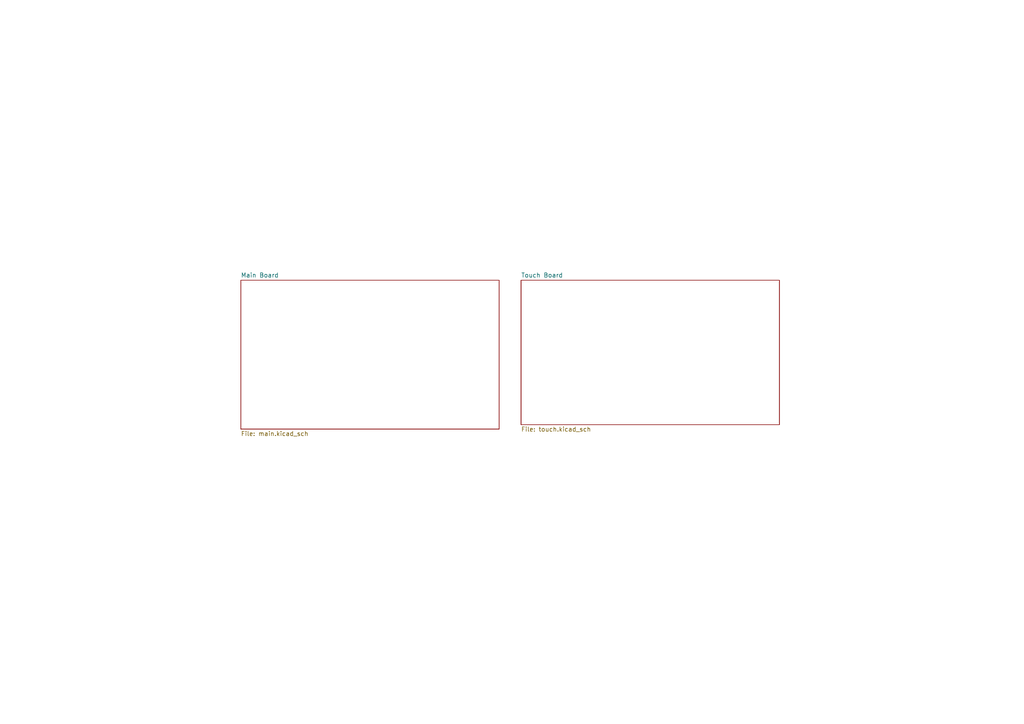
<source format=kicad_sch>
(kicad_sch
	(version 20231120)
	(generator "eeschema")
	(generator_version "8.0")
	(uuid "24ef4980-772f-43bd-95fe-2a56cd9ca729")
	(paper "A4")
	(title_block
		(title "Openithm Blue")
		(date "2024-11-29")
		(rev "5")
		(company "Illini Rhythm Syndicate")
	)
	(lib_symbols)
	(sheet
		(at 69.85 81.28)
		(size 74.93 43.18)
		(fields_autoplaced yes)
		(stroke
			(width 0.1524)
			(type solid)
		)
		(fill
			(color 0 0 0 0.0000)
		)
		(uuid "0bc1cbc6-7225-43f6-987e-178a5cf4a396")
		(property "Sheetname" "Main Board"
			(at 69.85 80.5684 0)
			(effects
				(font
					(size 1.27 1.27)
				)
				(justify left bottom)
			)
		)
		(property "Sheetfile" "main.kicad_sch"
			(at 69.85 125.0446 0)
			(effects
				(font
					(size 1.27 1.27)
				)
				(justify left top)
			)
		)
		(instances
			(project "openithm-new"
				(path "/24ef4980-772f-43bd-95fe-2a56cd9ca729"
					(page "2")
				)
			)
		)
	)
	(sheet
		(at 151.13 81.28)
		(size 74.93 41.91)
		(fields_autoplaced yes)
		(stroke
			(width 0.1524)
			(type solid)
		)
		(fill
			(color 0 0 0 0.0000)
		)
		(uuid "a4f4d827-e4b3-4475-bac3-2885b3c93595")
		(property "Sheetname" "Touch Board"
			(at 151.13 80.5684 0)
			(effects
				(font
					(size 1.27 1.27)
				)
				(justify left bottom)
			)
		)
		(property "Sheetfile" "touch.kicad_sch"
			(at 151.13 123.7746 0)
			(effects
				(font
					(size 1.27 1.27)
				)
				(justify left top)
			)
		)
		(instances
			(project "openithm-new"
				(path "/24ef4980-772f-43bd-95fe-2a56cd9ca729"
					(page "3")
				)
			)
		)
	)
	(sheet_instances
		(path "/"
			(page "1")
		)
	)
)

</source>
